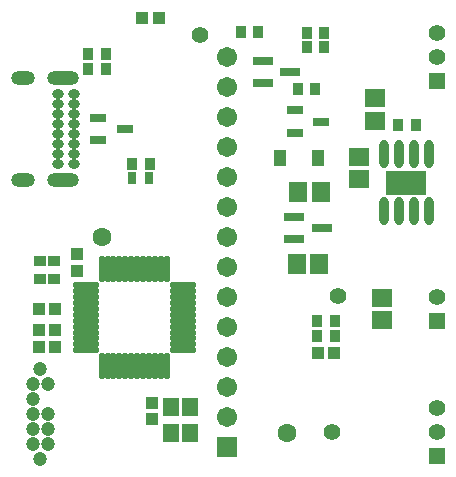
<source format=gts>
G04*
G04 #@! TF.GenerationSoftware,Altium Limited,Altium Designer,21.6.1 (37)*
G04*
G04 Layer_Color=8388736*
%FSLAX25Y25*%
%MOIN*%
G70*
G04*
G04 #@! TF.SameCoordinates,5EA0F2DE-1706-4193-BDFD-DA62A5601E92*
G04*
G04*
G04 #@! TF.FilePolarity,Negative*
G04*
G01*
G75*
%ADD35O,0.03162X0.09461*%
%ADD36R,0.13792X0.07887*%
%ADD37R,0.05328X0.03162*%
%ADD38R,0.04343X0.03950*%
%ADD39C,0.04737*%
%ADD40R,0.06509X0.03162*%
%ADD41R,0.04400X0.05600*%
%ADD42R,0.03950X0.04343*%
%ADD43R,0.03556X0.04343*%
%ADD44R,0.06706X0.05918*%
%ADD45R,0.05918X0.06706*%
%ADD46R,0.04343X0.03556*%
%ADD47R,0.03162X0.03950*%
%ADD48O,0.01981X0.09068*%
%ADD49O,0.09068X0.01981*%
%ADD50R,0.05524X0.06312*%
%ADD51C,0.05524*%
%ADD52O,0.03950X0.03241*%
%ADD53O,0.10642X0.04737*%
%ADD54O,0.07887X0.04737*%
%ADD55R,0.05524X0.05524*%
%ADD56C,0.06706*%
%ADD57R,0.06706X0.06706*%
%ADD58C,0.06312*%
D35*
X67494Y32549D02*
D03*
X62494Y32549D02*
D03*
X57494Y32549D02*
D03*
X52494Y32549D02*
D03*
X67494Y13651D02*
D03*
X62494Y13651D02*
D03*
X57494Y13651D02*
D03*
X52494Y13651D02*
D03*
D36*
X59600Y23100D02*
D03*
D37*
X-42929Y44740D02*
D03*
X-42929Y37260D02*
D03*
X-34071Y41000D02*
D03*
X31429Y43500D02*
D03*
X22571Y39760D02*
D03*
X22571Y47240D02*
D03*
D38*
X-50000Y-6256D02*
D03*
X-50000Y-744D02*
D03*
X-25000Y-55756D02*
D03*
X-25000Y-50244D02*
D03*
D39*
X-59685Y-43841D02*
D03*
X-59685Y-63841D02*
D03*
X-59685Y-58841D02*
D03*
X-59685Y-53841D02*
D03*
X-64685Y-43841D02*
D03*
X-64685Y-48841D02*
D03*
X-64685Y-53841D02*
D03*
X-64685Y-58841D02*
D03*
X-64685Y-63841D02*
D03*
X-62185Y-68841D02*
D03*
X-62185Y-38841D02*
D03*
D40*
X21126Y60000D02*
D03*
X11874Y56260D02*
D03*
X11874Y63740D02*
D03*
X31626Y8000D02*
D03*
X22374Y4260D02*
D03*
X22374Y11740D02*
D03*
D41*
X30450Y31500D02*
D03*
X17550Y31500D02*
D03*
D42*
X30244Y-33500D02*
D03*
X35756Y-33500D02*
D03*
X-22744Y78000D02*
D03*
X-28256Y78000D02*
D03*
X-62756Y-26000D02*
D03*
X-57244Y-26000D02*
D03*
X-62756Y-31500D02*
D03*
X-57244Y-31500D02*
D03*
X-62756Y-19000D02*
D03*
X-57244Y-19000D02*
D03*
D43*
X29453Y54500D02*
D03*
X23547Y54500D02*
D03*
X62953Y42400D02*
D03*
X57047Y42400D02*
D03*
X35953Y-28000D02*
D03*
X30047Y-28000D02*
D03*
X35953Y-23000D02*
D03*
X30047Y-23000D02*
D03*
X4547Y73500D02*
D03*
X10453Y73500D02*
D03*
X32453Y68500D02*
D03*
X26547Y68500D02*
D03*
X26547Y73000D02*
D03*
X32453Y73000D02*
D03*
X-40354Y65945D02*
D03*
X-46260Y65945D02*
D03*
X-46260Y61024D02*
D03*
X-40354Y61024D02*
D03*
X-31653Y29200D02*
D03*
X-25747Y29200D02*
D03*
D44*
X49500Y51240D02*
D03*
X49500Y43760D02*
D03*
X44000Y31740D02*
D03*
X44000Y24260D02*
D03*
X51700Y-22740D02*
D03*
X51700Y-15260D02*
D03*
D45*
X30740Y-4000D02*
D03*
X23260Y-4000D02*
D03*
X23760Y20000D02*
D03*
X31240Y20000D02*
D03*
D46*
X-62185Y-3112D02*
D03*
X-62185Y-9018D02*
D03*
X-57785Y-3112D02*
D03*
X-57785Y-9018D02*
D03*
D47*
X-31654Y24800D02*
D03*
X-25946Y24800D02*
D03*
D48*
X-41762Y-5793D02*
D03*
X-39793Y-5793D02*
D03*
X-37825Y-5793D02*
D03*
X-35856Y-5793D02*
D03*
X-33888Y-5793D02*
D03*
X-31919Y-5793D02*
D03*
X-29951Y-5793D02*
D03*
X-27982Y-5793D02*
D03*
X-26014Y-5793D02*
D03*
X-24045Y-5793D02*
D03*
X-22077Y-5793D02*
D03*
X-20108Y-5793D02*
D03*
X-20108Y-38077D02*
D03*
X-22077Y-38077D02*
D03*
X-24045Y-38077D02*
D03*
X-26014Y-38077D02*
D03*
X-27982Y-38077D02*
D03*
X-29951Y-38077D02*
D03*
X-31919Y-38077D02*
D03*
X-33888Y-38077D02*
D03*
X-35856Y-38077D02*
D03*
X-37825Y-38077D02*
D03*
X-39793Y-38077D02*
D03*
X-41762Y-38077D02*
D03*
D49*
X-14793Y-11108D02*
D03*
X-14793Y-13077D02*
D03*
X-14793Y-15045D02*
D03*
X-14793Y-17014D02*
D03*
X-14793Y-18982D02*
D03*
X-14793Y-20951D02*
D03*
X-14793Y-22919D02*
D03*
X-14793Y-24888D02*
D03*
X-14793Y-26856D02*
D03*
X-14793Y-28825D02*
D03*
X-14793Y-30793D02*
D03*
X-14793Y-32762D02*
D03*
X-47077Y-32762D02*
D03*
X-47077Y-30793D02*
D03*
X-47077Y-28825D02*
D03*
X-47077Y-26856D02*
D03*
X-47077Y-24888D02*
D03*
X-47077Y-22919D02*
D03*
X-47077Y-20951D02*
D03*
X-47077Y-18982D02*
D03*
X-47077Y-17014D02*
D03*
X-47077Y-15045D02*
D03*
X-47077Y-13077D02*
D03*
X-47077Y-11108D02*
D03*
D50*
X-18650Y-51669D02*
D03*
X-12350Y-51669D02*
D03*
X-12350Y-60331D02*
D03*
X-18650Y-60331D02*
D03*
D51*
X-8900Y72200D02*
D03*
X70000Y-15126D02*
D03*
X70000Y72874D02*
D03*
X70000Y65000D02*
D03*
X70000Y-60000D02*
D03*
X70000Y-52126D02*
D03*
X35100Y-60000D02*
D03*
X37000Y-14600D02*
D03*
X59600Y23100D02*
D03*
D52*
X-50918Y52776D02*
D03*
X-50918Y49429D02*
D03*
X-50918Y46083D02*
D03*
X-50918Y42736D02*
D03*
X-50918Y39390D02*
D03*
X-50918Y36043D02*
D03*
X-50918Y32697D02*
D03*
X-50918Y29350D02*
D03*
X-56231Y29350D02*
D03*
X-56231Y32697D02*
D03*
X-56231Y36043D02*
D03*
X-56231Y39390D02*
D03*
X-56231Y42736D02*
D03*
X-56231Y46083D02*
D03*
X-56231Y49429D02*
D03*
X-56231Y52776D02*
D03*
D53*
X-54775Y58091D02*
D03*
X-54775Y24035D02*
D03*
D54*
X-68082Y24035D02*
D03*
X-68082Y58091D02*
D03*
D55*
X70000Y-23000D02*
D03*
X70000Y57126D02*
D03*
X70000Y-67874D02*
D03*
D56*
X0Y65000D02*
D03*
X0Y55000D02*
D03*
X0Y45000D02*
D03*
X0Y35000D02*
D03*
X0Y25000D02*
D03*
X0Y15000D02*
D03*
X0Y5000D02*
D03*
X0Y-5000D02*
D03*
X0Y-15000D02*
D03*
X0Y-25000D02*
D03*
X0Y-35000D02*
D03*
X0Y-45000D02*
D03*
X0Y-55000D02*
D03*
D57*
X0Y-65000D02*
D03*
D58*
X20000Y-60200D02*
D03*
X-41500Y5000D02*
D03*
M02*

</source>
